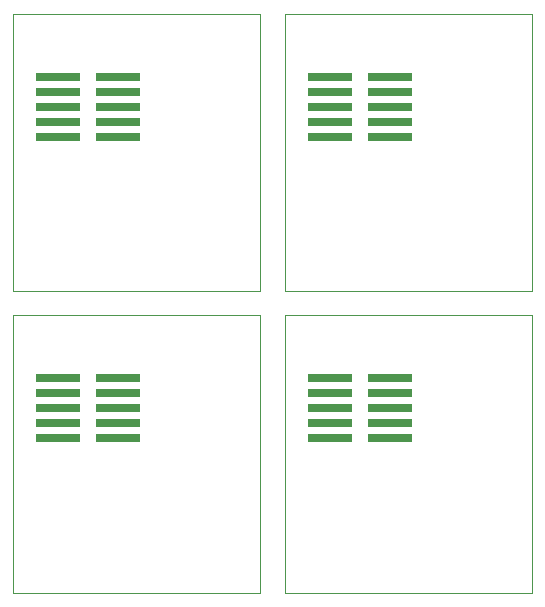
<source format=gtp>
G75*
G70*
%OFA0B0*%
%FSLAX24Y24*%
%IPPOS*%
%LPD*%
%AMOC8*
5,1,8,0,0,1.08239X$1,22.5*
%
%ADD10C,0.0000*%
%ADD11R,0.1500X0.0290*%
D10*
X000150Y000150D02*
X000150Y009402D01*
X008400Y009400D01*
X008400Y000150D01*
X000150Y000150D01*
X009205Y000150D02*
X009205Y009402D01*
X017455Y009400D01*
X017455Y000150D01*
X009205Y000150D01*
X009205Y010189D02*
X009205Y019441D01*
X017455Y019439D01*
X017455Y010189D01*
X009205Y010189D01*
X008400Y010189D02*
X008400Y019439D01*
X000150Y019441D01*
X000150Y010189D01*
X008400Y010189D01*
D11*
X010705Y007294D03*
X010705Y006794D03*
X010705Y006294D03*
X010705Y005794D03*
X010705Y005294D03*
X012705Y005294D03*
X012705Y005794D03*
X012705Y006294D03*
X012705Y006794D03*
X012705Y007294D03*
X012705Y015333D03*
X012705Y015833D03*
X012705Y016333D03*
X012705Y016833D03*
X012705Y017333D03*
X010705Y017333D03*
X010705Y016833D03*
X010705Y016333D03*
X010705Y015833D03*
X010705Y015333D03*
X003650Y015333D03*
X003650Y015833D03*
X003650Y016333D03*
X003650Y016833D03*
X003650Y017333D03*
X001650Y017333D03*
X001650Y016833D03*
X001650Y016333D03*
X001650Y015833D03*
X001650Y015333D03*
X001650Y007294D03*
X001650Y006794D03*
X001650Y006294D03*
X001650Y005794D03*
X001650Y005294D03*
X003650Y005294D03*
X003650Y005794D03*
X003650Y006294D03*
X003650Y006794D03*
X003650Y007294D03*
M02*

</source>
